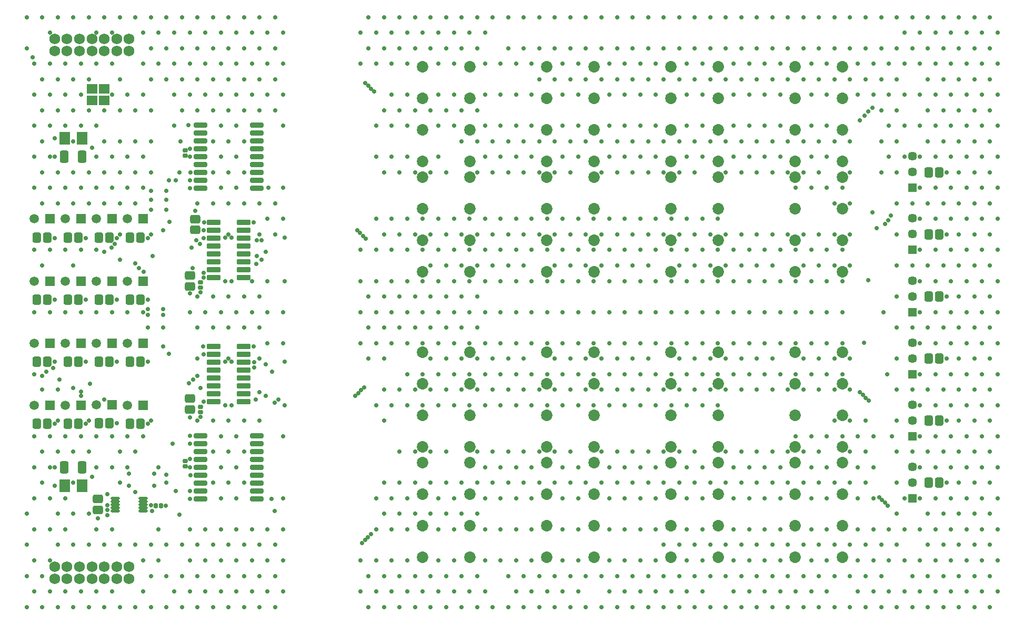
<source format=gts>
G04 Layer_Color=8388736*
%FSAX24Y24*%
%MOIN*%
G70*
G01*
G75*
G04:AMPARAMS|DCode=35|XSize=58mil|YSize=19mil|CornerRadius=6.8mil|HoleSize=0mil|Usage=FLASHONLY|Rotation=0.000|XOffset=0mil|YOffset=0mil|HoleType=Round|Shape=RoundedRectangle|*
%AMROUNDEDRECTD35*
21,1,0.0580,0.0055,0,0,0.0*
21,1,0.0445,0.0190,0,0,0.0*
1,1,0.0135,0.0222,-0.0028*
1,1,0.0135,-0.0222,-0.0028*
1,1,0.0135,-0.0222,0.0028*
1,1,0.0135,0.0222,0.0028*
%
%ADD35ROUNDEDRECTD35*%
G04:AMPARAMS|DCode=36|XSize=29.3mil|YSize=31.6mil|CornerRadius=9.5mil|HoleSize=0mil|Usage=FLASHONLY|Rotation=270.000|XOffset=0mil|YOffset=0mil|HoleType=Round|Shape=RoundedRectangle|*
%AMROUNDEDRECTD36*
21,1,0.0293,0.0126,0,0,270.0*
21,1,0.0102,0.0316,0,0,270.0*
1,1,0.0191,-0.0063,-0.0051*
1,1,0.0191,-0.0063,0.0051*
1,1,0.0191,0.0063,0.0051*
1,1,0.0191,0.0063,-0.0051*
%
%ADD36ROUNDEDRECTD36*%
G04:AMPARAMS|DCode=37|XSize=89.5mil|YSize=34mil|CornerRadius=10.8mil|HoleSize=0mil|Usage=FLASHONLY|Rotation=180.000|XOffset=0mil|YOffset=0mil|HoleType=Round|Shape=RoundedRectangle|*
%AMROUNDEDRECTD37*
21,1,0.0895,0.0125,0,0,180.0*
21,1,0.0680,0.0340,0,0,180.0*
1,1,0.0215,-0.0340,0.0062*
1,1,0.0215,0.0340,0.0062*
1,1,0.0215,0.0340,-0.0062*
1,1,0.0215,-0.0340,-0.0062*
%
%ADD37ROUNDEDRECTD37*%
G04:AMPARAMS|DCode=38|XSize=86.7mil|YSize=34mil|CornerRadius=10.8mil|HoleSize=0mil|Usage=FLASHONLY|Rotation=180.000|XOffset=0mil|YOffset=0mil|HoleType=Round|Shape=RoundedRectangle|*
%AMROUNDEDRECTD38*
21,1,0.0867,0.0125,0,0,180.0*
21,1,0.0652,0.0340,0,0,180.0*
1,1,0.0215,-0.0326,0.0062*
1,1,0.0215,0.0326,0.0062*
1,1,0.0215,0.0326,-0.0062*
1,1,0.0215,-0.0326,-0.0062*
%
%ADD38ROUNDEDRECTD38*%
G04:AMPARAMS|DCode=39|XSize=54.9mil|YSize=65.9mil|CornerRadius=13.8mil|HoleSize=0mil|Usage=FLASHONLY|Rotation=90.000|XOffset=0mil|YOffset=0mil|HoleType=Round|Shape=RoundedRectangle|*
%AMROUNDEDRECTD39*
21,1,0.0549,0.0382,0,0,90.0*
21,1,0.0272,0.0659,0,0,90.0*
1,1,0.0277,0.0191,0.0136*
1,1,0.0277,0.0191,-0.0136*
1,1,0.0277,-0.0191,-0.0136*
1,1,0.0277,-0.0191,0.0136*
%
%ADD39ROUNDEDRECTD39*%
G04:AMPARAMS|DCode=40|XSize=54.9mil|YSize=65.9mil|CornerRadius=13.8mil|HoleSize=0mil|Usage=FLASHONLY|Rotation=0.000|XOffset=0mil|YOffset=0mil|HoleType=Round|Shape=RoundedRectangle|*
%AMROUNDEDRECTD40*
21,1,0.0549,0.0382,0,0,0.0*
21,1,0.0272,0.0659,0,0,0.0*
1,1,0.0277,0.0136,-0.0191*
1,1,0.0277,-0.0136,-0.0191*
1,1,0.0277,-0.0136,0.0191*
1,1,0.0277,0.0136,0.0191*
%
%ADD40ROUNDEDRECTD40*%
%ADD41R,0.0651X0.0592*%
%ADD42R,0.0710X0.0789*%
G04:AMPARAMS|DCode=43|XSize=55.6mil|YSize=79.7mil|CornerRadius=13.8mil|HoleSize=0mil|Usage=FLASHONLY|Rotation=0.000|XOffset=0mil|YOffset=0mil|HoleType=Round|Shape=RoundedRectangle|*
%AMROUNDEDRECTD43*
21,1,0.0556,0.0521,0,0,0.0*
21,1,0.0281,0.0797,0,0,0.0*
1,1,0.0275,0.0141,-0.0261*
1,1,0.0275,-0.0141,-0.0261*
1,1,0.0275,-0.0141,0.0261*
1,1,0.0275,0.0141,0.0261*
%
%ADD43ROUNDEDRECTD43*%
G04:AMPARAMS|DCode=44|XSize=29.3mil|YSize=31.6mil|CornerRadius=9.5mil|HoleSize=0mil|Usage=FLASHONLY|Rotation=0.000|XOffset=0mil|YOffset=0mil|HoleType=Round|Shape=RoundedRectangle|*
%AMROUNDEDRECTD44*
21,1,0.0293,0.0126,0,0,0.0*
21,1,0.0102,0.0316,0,0,0.0*
1,1,0.0191,0.0051,-0.0063*
1,1,0.0191,-0.0051,-0.0063*
1,1,0.0191,-0.0051,0.0063*
1,1,0.0191,0.0051,0.0063*
%
%ADD44ROUNDEDRECTD44*%
%ADD45C,0.0690*%
%ADD46C,0.0730*%
%ADD47C,0.0572*%
%ADD48R,0.0572X0.0572*%
%ADD49R,0.0592X0.0592*%
%ADD50C,0.0592*%
%ADD51C,0.0277*%
D35*
X018209Y017717D02*
D03*
Y016929D02*
D03*
Y017126D02*
D03*
Y017323D02*
D03*
Y017520D02*
D03*
X016437Y017717D02*
D03*
Y017520D02*
D03*
Y017323D02*
D03*
Y017126D02*
D03*
Y016929D02*
D03*
D36*
X021850Y023177D02*
D03*
Y023516D02*
D03*
X020866Y020091D02*
D03*
Y019752D02*
D03*
Y039776D02*
D03*
Y039437D02*
D03*
X021850Y031091D02*
D03*
Y031429D02*
D03*
D37*
X022667Y023841D02*
D03*
Y024341D02*
D03*
Y024841D02*
D03*
Y025341D02*
D03*
Y025841D02*
D03*
Y026341D02*
D03*
Y026841D02*
D03*
Y027341D02*
D03*
X024577D02*
D03*
Y026841D02*
D03*
Y026341D02*
D03*
Y025841D02*
D03*
Y025341D02*
D03*
Y024841D02*
D03*
Y024341D02*
D03*
Y023841D02*
D03*
X022667Y031715D02*
D03*
Y032215D02*
D03*
Y032715D02*
D03*
Y033215D02*
D03*
Y033715D02*
D03*
Y034215D02*
D03*
Y034715D02*
D03*
Y035215D02*
D03*
X024577D02*
D03*
Y034715D02*
D03*
Y034215D02*
D03*
Y033715D02*
D03*
Y033215D02*
D03*
Y032715D02*
D03*
Y032215D02*
D03*
Y031715D02*
D03*
D38*
X021829Y021685D02*
D03*
Y021185D02*
D03*
Y020685D02*
D03*
Y020185D02*
D03*
Y019685D02*
D03*
Y019185D02*
D03*
Y018685D02*
D03*
Y018185D02*
D03*
Y017685D02*
D03*
X025415D02*
D03*
Y018185D02*
D03*
Y018685D02*
D03*
Y019185D02*
D03*
Y019685D02*
D03*
Y020185D02*
D03*
Y020685D02*
D03*
Y021185D02*
D03*
Y021685D02*
D03*
X021829Y041370D02*
D03*
Y040870D02*
D03*
Y040370D02*
D03*
Y039870D02*
D03*
Y039370D02*
D03*
Y038870D02*
D03*
Y038370D02*
D03*
Y037870D02*
D03*
Y037370D02*
D03*
X025415D02*
D03*
Y037870D02*
D03*
Y038370D02*
D03*
Y038870D02*
D03*
Y039370D02*
D03*
Y039870D02*
D03*
Y040370D02*
D03*
Y040870D02*
D03*
Y041370D02*
D03*
D39*
X021181Y031837D02*
D03*
Y031156D02*
D03*
X021496Y034738D02*
D03*
Y035419D02*
D03*
X015354Y017663D02*
D03*
Y016982D02*
D03*
X021181Y024041D02*
D03*
Y023360D02*
D03*
D40*
X014120Y026378D02*
D03*
X013439D02*
D03*
X018057D02*
D03*
X017376D02*
D03*
X014120Y034252D02*
D03*
X013439D02*
D03*
X018057D02*
D03*
X017376D02*
D03*
X012152Y026378D02*
D03*
X011470D02*
D03*
X016089D02*
D03*
X015407D02*
D03*
X012152Y034252D02*
D03*
X011470D02*
D03*
X016089D02*
D03*
X015407D02*
D03*
X014120Y022441D02*
D03*
X013439D02*
D03*
X016089Y022480D02*
D03*
X015407D02*
D03*
X014120Y030315D02*
D03*
X013439D02*
D03*
X018057D02*
D03*
X017376D02*
D03*
X012152Y022441D02*
D03*
X011470D02*
D03*
X018057D02*
D03*
X017376D02*
D03*
X012152Y030315D02*
D03*
X011470D02*
D03*
X016089D02*
D03*
X015407D02*
D03*
X068648Y034449D02*
D03*
X067967D02*
D03*
X068648Y038386D02*
D03*
X067967D02*
D03*
X068648Y030512D02*
D03*
X067967D02*
D03*
X068648Y018701D02*
D03*
X067967D02*
D03*
X068648Y026575D02*
D03*
X067967D02*
D03*
X068648Y022638D02*
D03*
X067967D02*
D03*
D41*
X014961Y043681D02*
D03*
Y042933D02*
D03*
X015748Y043681D02*
D03*
Y042933D02*
D03*
D42*
X013228Y018504D02*
D03*
X014331D02*
D03*
X013228Y040551D02*
D03*
X014331D02*
D03*
D43*
X014350Y019685D02*
D03*
X013209D02*
D03*
X014350Y039370D02*
D03*
X013209D02*
D03*
D44*
X019343Y017244D02*
D03*
X019004D02*
D03*
D45*
X015748Y013386D02*
D03*
X012598Y046063D02*
D03*
Y046850D02*
D03*
X013386Y046063D02*
D03*
Y046850D02*
D03*
X014173Y046063D02*
D03*
Y046850D02*
D03*
X014961Y046063D02*
D03*
Y046850D02*
D03*
X015748Y046063D02*
D03*
Y046850D02*
D03*
X016535Y046063D02*
D03*
Y046850D02*
D03*
X017323Y046063D02*
D03*
Y046850D02*
D03*
X012598Y012598D02*
D03*
Y013386D02*
D03*
X013386Y012598D02*
D03*
Y013386D02*
D03*
X014173Y012598D02*
D03*
Y013386D02*
D03*
X014961Y012598D02*
D03*
Y013386D02*
D03*
X015748Y012598D02*
D03*
X016535D02*
D03*
Y013386D02*
D03*
X017323Y012598D02*
D03*
Y013386D02*
D03*
D46*
X062524Y022972D02*
D03*
X054650D02*
D03*
X038902D02*
D03*
Y024972D02*
D03*
Y026972D02*
D03*
Y013972D02*
D03*
X035902D02*
D03*
Y026972D02*
D03*
Y015972D02*
D03*
Y024972D02*
D03*
Y017972D02*
D03*
Y022972D02*
D03*
Y020972D02*
D03*
Y019972D02*
D03*
X038902Y020972D02*
D03*
Y019972D02*
D03*
Y015972D02*
D03*
Y017972D02*
D03*
X062524Y043083D02*
D03*
Y045083D02*
D03*
Y032083D02*
D03*
X059524D02*
D03*
Y045083D02*
D03*
Y034083D02*
D03*
Y043083D02*
D03*
Y036083D02*
D03*
Y041083D02*
D03*
Y039083D02*
D03*
Y038083D02*
D03*
X062524Y039083D02*
D03*
Y038083D02*
D03*
Y041083D02*
D03*
Y034083D02*
D03*
Y036083D02*
D03*
X046776Y024972D02*
D03*
Y026972D02*
D03*
Y013972D02*
D03*
X043776D02*
D03*
Y026972D02*
D03*
Y015972D02*
D03*
Y024972D02*
D03*
Y017972D02*
D03*
Y022972D02*
D03*
Y020972D02*
D03*
Y019972D02*
D03*
X046776Y020972D02*
D03*
Y019972D02*
D03*
Y022972D02*
D03*
Y015972D02*
D03*
Y017972D02*
D03*
X054650Y043083D02*
D03*
Y045083D02*
D03*
Y032083D02*
D03*
X051650D02*
D03*
Y045083D02*
D03*
Y034083D02*
D03*
Y043083D02*
D03*
Y036083D02*
D03*
Y041083D02*
D03*
Y039083D02*
D03*
Y038083D02*
D03*
X054650Y039083D02*
D03*
Y038083D02*
D03*
Y041083D02*
D03*
Y034083D02*
D03*
Y036083D02*
D03*
Y024972D02*
D03*
Y026972D02*
D03*
Y013972D02*
D03*
X051650D02*
D03*
Y026972D02*
D03*
Y015972D02*
D03*
Y024972D02*
D03*
Y017972D02*
D03*
Y022972D02*
D03*
Y020972D02*
D03*
Y019972D02*
D03*
X054650Y020972D02*
D03*
Y019972D02*
D03*
Y015972D02*
D03*
Y017972D02*
D03*
X046776Y043083D02*
D03*
Y045083D02*
D03*
Y032083D02*
D03*
X043776D02*
D03*
Y045083D02*
D03*
Y034083D02*
D03*
Y043083D02*
D03*
Y036083D02*
D03*
Y041083D02*
D03*
Y039083D02*
D03*
Y038083D02*
D03*
X046776Y039083D02*
D03*
Y038083D02*
D03*
Y041083D02*
D03*
Y034083D02*
D03*
Y036083D02*
D03*
X062524Y024972D02*
D03*
Y026972D02*
D03*
Y013972D02*
D03*
X059524D02*
D03*
Y026972D02*
D03*
Y015972D02*
D03*
Y024972D02*
D03*
Y017972D02*
D03*
Y022972D02*
D03*
Y020972D02*
D03*
Y019972D02*
D03*
X062524Y020972D02*
D03*
Y019972D02*
D03*
Y015972D02*
D03*
Y017972D02*
D03*
X038902Y043083D02*
D03*
Y045083D02*
D03*
Y032083D02*
D03*
X035902D02*
D03*
Y045083D02*
D03*
Y034083D02*
D03*
Y043083D02*
D03*
Y036083D02*
D03*
Y041083D02*
D03*
Y039083D02*
D03*
Y038083D02*
D03*
X038902Y039083D02*
D03*
Y038083D02*
D03*
Y041083D02*
D03*
Y034083D02*
D03*
Y036083D02*
D03*
D47*
X066929Y023654D02*
D03*
Y022654D02*
D03*
Y027591D02*
D03*
Y026591D02*
D03*
Y031528D02*
D03*
Y030528D02*
D03*
Y035465D02*
D03*
Y034465D02*
D03*
Y019717D02*
D03*
Y018717D02*
D03*
Y039402D02*
D03*
Y038402D02*
D03*
D48*
Y021654D02*
D03*
Y025591D02*
D03*
Y029528D02*
D03*
Y033465D02*
D03*
Y017717D02*
D03*
Y037402D02*
D03*
D49*
X014280Y023622D02*
D03*
Y027559D02*
D03*
Y031496D02*
D03*
Y035433D02*
D03*
X016248Y023661D02*
D03*
X018217Y027559D02*
D03*
Y035433D02*
D03*
X012311Y023622D02*
D03*
Y027559D02*
D03*
Y031496D02*
D03*
Y035433D02*
D03*
X018217Y023622D02*
D03*
X016248Y027559D02*
D03*
Y035433D02*
D03*
Y031496D02*
D03*
X018217D02*
D03*
D50*
X013280Y023622D02*
D03*
Y027559D02*
D03*
Y031496D02*
D03*
Y035433D02*
D03*
X015248Y023661D02*
D03*
X017217Y027559D02*
D03*
Y035433D02*
D03*
X011311Y023622D02*
D03*
Y027559D02*
D03*
Y031496D02*
D03*
Y035433D02*
D03*
X017217Y023622D02*
D03*
X015248Y027559D02*
D03*
Y035433D02*
D03*
Y031496D02*
D03*
X017217D02*
D03*
D51*
X071850Y048228D02*
D03*
X072343Y047244D02*
D03*
X071850Y046260D02*
D03*
X072343Y045276D02*
D03*
X071850Y044291D02*
D03*
X072343Y043307D02*
D03*
X071850Y042323D02*
D03*
X072343Y041339D02*
D03*
X071850Y040354D02*
D03*
X072343Y039370D02*
D03*
X071850Y038386D02*
D03*
X072343Y037402D02*
D03*
X071850Y036417D02*
D03*
X072343Y035433D02*
D03*
X071850Y034449D02*
D03*
X072343Y033465D02*
D03*
X071850Y032480D02*
D03*
X072343Y031496D02*
D03*
X071850Y030512D02*
D03*
X072343Y029528D02*
D03*
X071850Y028543D02*
D03*
X072343Y027559D02*
D03*
X071850Y026575D02*
D03*
X072343Y025591D02*
D03*
X071850Y024606D02*
D03*
X072343Y023622D02*
D03*
X071850Y022638D02*
D03*
X072343Y021654D02*
D03*
X071850Y020669D02*
D03*
X072343Y019685D02*
D03*
X071850Y018701D02*
D03*
X072343Y017717D02*
D03*
X071850Y016732D02*
D03*
X072343Y015748D02*
D03*
X071850Y014764D02*
D03*
X072343Y013780D02*
D03*
X071850Y012795D02*
D03*
X072343Y011811D02*
D03*
X071850Y010827D02*
D03*
X070866Y048228D02*
D03*
X071358Y047244D02*
D03*
X070866Y046260D02*
D03*
X071358Y045276D02*
D03*
X070866Y044291D02*
D03*
X071358Y043307D02*
D03*
X070866Y042323D02*
D03*
X071358Y041339D02*
D03*
X070866Y040354D02*
D03*
X071358Y039370D02*
D03*
X070866Y038386D02*
D03*
X071358Y037402D02*
D03*
X070866Y036417D02*
D03*
X071358Y035433D02*
D03*
X070866Y034449D02*
D03*
X071358Y033465D02*
D03*
X070866Y032480D02*
D03*
X071358Y031496D02*
D03*
X070866Y030512D02*
D03*
X071358Y029528D02*
D03*
X070866Y028543D02*
D03*
X071358Y027559D02*
D03*
X070866Y026575D02*
D03*
X071358Y025591D02*
D03*
X070866Y024606D02*
D03*
X071358Y023622D02*
D03*
X070866Y022638D02*
D03*
X071358Y021654D02*
D03*
X070866Y020669D02*
D03*
X071358Y019685D02*
D03*
X070866Y018701D02*
D03*
X071358Y017717D02*
D03*
X070866Y016732D02*
D03*
X071358Y015748D02*
D03*
X070866Y014764D02*
D03*
X071358Y013780D02*
D03*
X070866Y012795D02*
D03*
X071358Y011811D02*
D03*
X070866Y010827D02*
D03*
X069882Y048228D02*
D03*
X070374Y047244D02*
D03*
X069882Y046260D02*
D03*
X070374Y045276D02*
D03*
X069882Y044291D02*
D03*
X070374Y043307D02*
D03*
X069882Y042323D02*
D03*
X070374Y041339D02*
D03*
X069882Y040354D02*
D03*
X070374Y039370D02*
D03*
X069882Y038386D02*
D03*
X070374Y037402D02*
D03*
X069882Y036417D02*
D03*
X070374Y035433D02*
D03*
X069882Y034449D02*
D03*
X070374Y033465D02*
D03*
X069882Y032480D02*
D03*
X070374Y031496D02*
D03*
X069882Y030512D02*
D03*
X070374Y029528D02*
D03*
X069882Y028543D02*
D03*
X070374Y027559D02*
D03*
X069882Y026575D02*
D03*
X070374Y025591D02*
D03*
X069882Y024606D02*
D03*
X070374Y023622D02*
D03*
X069882Y022638D02*
D03*
X070374Y021654D02*
D03*
X069882Y020669D02*
D03*
X070374Y019685D02*
D03*
X069882Y018701D02*
D03*
X070374Y017717D02*
D03*
X069882Y016732D02*
D03*
X070374Y015748D02*
D03*
X069882Y014764D02*
D03*
X070374Y013780D02*
D03*
X069882Y012795D02*
D03*
X070374Y011811D02*
D03*
X069882Y010827D02*
D03*
X068898Y048228D02*
D03*
X069390Y047244D02*
D03*
X068898Y046260D02*
D03*
X069390Y045276D02*
D03*
X068898Y044291D02*
D03*
X069390Y043307D02*
D03*
X068898Y042323D02*
D03*
X069390Y041339D02*
D03*
X068898Y040354D02*
D03*
X069390Y039370D02*
D03*
Y037402D02*
D03*
X068898Y036417D02*
D03*
X069390Y035433D02*
D03*
Y033465D02*
D03*
X068898Y032480D02*
D03*
X069390Y031496D02*
D03*
Y029528D02*
D03*
X068898Y028543D02*
D03*
X069390Y027559D02*
D03*
Y025591D02*
D03*
X068898Y024606D02*
D03*
X069390Y023622D02*
D03*
Y021654D02*
D03*
X068898Y020669D02*
D03*
X069390Y019685D02*
D03*
Y017717D02*
D03*
X068898Y016732D02*
D03*
X069390Y015748D02*
D03*
X068898Y014764D02*
D03*
X069390Y013780D02*
D03*
X068898Y012795D02*
D03*
X069390Y011811D02*
D03*
X068898Y010827D02*
D03*
X067913Y048228D02*
D03*
X068406Y047244D02*
D03*
X067913Y046260D02*
D03*
X068406Y045276D02*
D03*
X067913Y044291D02*
D03*
X068406Y043307D02*
D03*
X067913Y042323D02*
D03*
X068406Y041339D02*
D03*
X067913Y040354D02*
D03*
X068406Y039370D02*
D03*
Y037402D02*
D03*
X067913Y036417D02*
D03*
X068406Y035433D02*
D03*
Y033465D02*
D03*
X067913Y032480D02*
D03*
X068406Y031496D02*
D03*
Y029528D02*
D03*
X067913Y028543D02*
D03*
X068406Y027559D02*
D03*
Y025591D02*
D03*
X067913Y024606D02*
D03*
X068406Y023622D02*
D03*
Y021654D02*
D03*
X067913Y020669D02*
D03*
X068406Y019685D02*
D03*
Y017717D02*
D03*
X067913Y016732D02*
D03*
X068406Y015748D02*
D03*
X067913Y014764D02*
D03*
X068406Y013780D02*
D03*
X067913Y012795D02*
D03*
X068406Y011811D02*
D03*
X067913Y010827D02*
D03*
X066929Y048228D02*
D03*
X067421Y047244D02*
D03*
X066929Y046260D02*
D03*
X067421Y045276D02*
D03*
Y043307D02*
D03*
Y041339D02*
D03*
Y039370D02*
D03*
Y037402D02*
D03*
X066929Y036417D02*
D03*
X067421Y035433D02*
D03*
Y033465D02*
D03*
X066929Y032480D02*
D03*
X067421Y031496D02*
D03*
Y029528D02*
D03*
X066929Y028543D02*
D03*
X067421Y027559D02*
D03*
Y025591D02*
D03*
X066929Y024606D02*
D03*
X067421Y023622D02*
D03*
Y021654D02*
D03*
X066929Y020669D02*
D03*
X067421Y019685D02*
D03*
Y017717D02*
D03*
Y015748D02*
D03*
Y013780D02*
D03*
X066929Y012795D02*
D03*
X067421Y011811D02*
D03*
X066929Y010827D02*
D03*
X065945Y048228D02*
D03*
X066437Y047244D02*
D03*
X065945Y046260D02*
D03*
X066437Y045276D02*
D03*
X065945Y044291D02*
D03*
X066437Y043307D02*
D03*
X065945Y042323D02*
D03*
X066437Y041339D02*
D03*
X065945Y040354D02*
D03*
X066437Y039370D02*
D03*
X065945Y038386D02*
D03*
Y036417D02*
D03*
Y034449D02*
D03*
Y032480D02*
D03*
Y030512D02*
D03*
Y028543D02*
D03*
Y026575D02*
D03*
Y024606D02*
D03*
Y022638D02*
D03*
Y020669D02*
D03*
Y018701D02*
D03*
X066437Y017717D02*
D03*
X065945Y016732D02*
D03*
X066437Y015748D02*
D03*
X065945Y014764D02*
D03*
X066437Y013780D02*
D03*
Y011811D02*
D03*
X065945Y010827D02*
D03*
X064961Y048228D02*
D03*
Y046260D02*
D03*
X065453Y045276D02*
D03*
X064961Y044291D02*
D03*
X065453Y043307D02*
D03*
X064961Y042323D02*
D03*
X065453Y041339D02*
D03*
X064961Y040354D02*
D03*
X065453Y039370D02*
D03*
X064961Y038386D02*
D03*
X065453Y015748D02*
D03*
X064961Y014764D02*
D03*
X065453Y013780D02*
D03*
X064961Y012795D02*
D03*
X065453Y011811D02*
D03*
X064961Y010827D02*
D03*
X063976Y048228D02*
D03*
Y046260D02*
D03*
X064469Y045276D02*
D03*
X063976Y044291D02*
D03*
X064469Y043307D02*
D03*
X063976Y022638D02*
D03*
X064469Y021654D02*
D03*
X063976Y020669D02*
D03*
X064469Y019685D02*
D03*
X063976Y018701D02*
D03*
X064469Y017717D02*
D03*
Y015748D02*
D03*
X063976Y014764D02*
D03*
X064469Y013780D02*
D03*
X063976Y012795D02*
D03*
X064469Y011811D02*
D03*
X063976Y010827D02*
D03*
X062992Y048228D02*
D03*
Y046260D02*
D03*
X063484Y045276D02*
D03*
X062992Y044291D02*
D03*
X063484Y043307D02*
D03*
X062992Y040354D02*
D03*
Y038386D02*
D03*
Y036417D02*
D03*
Y034449D02*
D03*
Y032480D02*
D03*
Y026575D02*
D03*
Y024606D02*
D03*
Y022638D02*
D03*
X063484Y021654D02*
D03*
X062992Y020669D02*
D03*
X063484Y019685D02*
D03*
X062992Y018701D02*
D03*
X063484Y017717D02*
D03*
Y015748D02*
D03*
X062992Y014764D02*
D03*
X063484Y013780D02*
D03*
X062992Y012795D02*
D03*
X063484Y011811D02*
D03*
X062992Y010827D02*
D03*
X062008Y048228D02*
D03*
Y046260D02*
D03*
Y044291D02*
D03*
Y040354D02*
D03*
X062500Y037402D02*
D03*
X062008Y036417D02*
D03*
Y034449D02*
D03*
X062500Y033465D02*
D03*
X062008Y032480D02*
D03*
X062500Y031496D02*
D03*
Y029528D02*
D03*
Y027559D02*
D03*
X062008Y026575D02*
D03*
X062500Y025591D02*
D03*
X062008Y024606D02*
D03*
Y022638D02*
D03*
X062500Y021654D02*
D03*
X062008Y018701D02*
D03*
Y014764D02*
D03*
Y012795D02*
D03*
Y010827D02*
D03*
X061024Y048228D02*
D03*
Y046260D02*
D03*
X061516Y045276D02*
D03*
X061024Y044291D02*
D03*
X061516Y043307D02*
D03*
Y041339D02*
D03*
X061024Y040354D02*
D03*
X061516Y039370D02*
D03*
X061024Y038386D02*
D03*
X061516Y037402D02*
D03*
X061024Y034449D02*
D03*
X061516Y033465D02*
D03*
X061024Y032480D02*
D03*
X061516Y031496D02*
D03*
Y029528D02*
D03*
Y027559D02*
D03*
X061024Y026575D02*
D03*
X061516Y025591D02*
D03*
X061024Y024606D02*
D03*
X061516Y021654D02*
D03*
X061024Y020669D02*
D03*
X061516Y019685D02*
D03*
X061024Y018701D02*
D03*
X061516Y017717D02*
D03*
Y015748D02*
D03*
X061024Y014764D02*
D03*
X061516Y013780D02*
D03*
X061024Y012795D02*
D03*
X061516Y011811D02*
D03*
X061024Y010827D02*
D03*
X060039Y048228D02*
D03*
Y046260D02*
D03*
X060532Y045276D02*
D03*
X060039Y044291D02*
D03*
X060532Y043307D02*
D03*
Y041339D02*
D03*
X060039Y040354D02*
D03*
X060532Y039370D02*
D03*
X060039Y038386D02*
D03*
X060532Y037402D02*
D03*
X060039Y034449D02*
D03*
X060532Y033465D02*
D03*
X060039Y032480D02*
D03*
X060532Y031496D02*
D03*
Y029528D02*
D03*
Y027559D02*
D03*
X060039Y026575D02*
D03*
X060532Y025591D02*
D03*
X060039Y024606D02*
D03*
X060532Y021654D02*
D03*
X060039Y020669D02*
D03*
X060532Y019685D02*
D03*
X060039Y018701D02*
D03*
X060532Y017717D02*
D03*
Y015748D02*
D03*
X060039Y014764D02*
D03*
X060532Y013780D02*
D03*
X060039Y012795D02*
D03*
X060532Y011811D02*
D03*
X060039Y010827D02*
D03*
X059055Y048228D02*
D03*
Y046260D02*
D03*
Y044291D02*
D03*
Y040354D02*
D03*
Y038386D02*
D03*
X059547Y037402D02*
D03*
X059055Y034449D02*
D03*
X059547Y033465D02*
D03*
Y031496D02*
D03*
Y029528D02*
D03*
Y027559D02*
D03*
Y025591D02*
D03*
X059055Y024606D02*
D03*
X059547Y021654D02*
D03*
X059055Y020669D02*
D03*
Y018701D02*
D03*
Y014764D02*
D03*
Y012795D02*
D03*
X059547Y011811D02*
D03*
X059055Y010827D02*
D03*
X058071Y048228D02*
D03*
Y046260D02*
D03*
X058563Y045276D02*
D03*
X058071Y044291D02*
D03*
X058563Y043307D02*
D03*
Y041339D02*
D03*
X058071Y040354D02*
D03*
X058563Y039370D02*
D03*
X058071Y038386D02*
D03*
Y034449D02*
D03*
X058563Y033465D02*
D03*
X058071Y032480D02*
D03*
X058563Y031496D02*
D03*
Y029528D02*
D03*
Y027559D02*
D03*
X058071Y026575D02*
D03*
X058563Y025591D02*
D03*
X058071Y024606D02*
D03*
Y020669D02*
D03*
X058563Y019685D02*
D03*
X058071Y018701D02*
D03*
X058563Y017717D02*
D03*
Y015748D02*
D03*
X058071Y014764D02*
D03*
X058563Y013780D02*
D03*
X058071Y012795D02*
D03*
X058563Y011811D02*
D03*
X058071Y010827D02*
D03*
X057087Y048228D02*
D03*
Y046260D02*
D03*
X057579Y045276D02*
D03*
X057087Y044291D02*
D03*
X057579Y043307D02*
D03*
Y041339D02*
D03*
X057087Y040354D02*
D03*
X057579Y039370D02*
D03*
X057087Y038386D02*
D03*
Y034449D02*
D03*
X057579Y033465D02*
D03*
X057087Y032480D02*
D03*
X057579Y031496D02*
D03*
Y029528D02*
D03*
Y027559D02*
D03*
X057087Y026575D02*
D03*
X057579Y025591D02*
D03*
X057087Y024606D02*
D03*
Y020669D02*
D03*
X057579Y019685D02*
D03*
X057087Y018701D02*
D03*
X057579Y017717D02*
D03*
Y015748D02*
D03*
X057087Y014764D02*
D03*
X057579Y013780D02*
D03*
X057087Y012795D02*
D03*
X057579Y011811D02*
D03*
X057087Y010827D02*
D03*
X056102Y048228D02*
D03*
Y046260D02*
D03*
X056594Y045276D02*
D03*
X056102Y044291D02*
D03*
X056594Y043307D02*
D03*
Y041339D02*
D03*
X056102Y040354D02*
D03*
X056594Y039370D02*
D03*
X056102Y038386D02*
D03*
Y034449D02*
D03*
X056594Y033465D02*
D03*
X056102Y032480D02*
D03*
X056594Y031496D02*
D03*
Y029528D02*
D03*
Y027559D02*
D03*
X056102Y026575D02*
D03*
X056594Y025591D02*
D03*
X056102Y024606D02*
D03*
Y020669D02*
D03*
X056594Y019685D02*
D03*
X056102Y018701D02*
D03*
X056594Y017717D02*
D03*
Y015748D02*
D03*
X056102Y014764D02*
D03*
X056594Y013780D02*
D03*
X056102Y012795D02*
D03*
X056594Y011811D02*
D03*
X056102Y010827D02*
D03*
X055118Y048228D02*
D03*
Y046260D02*
D03*
X055610Y045276D02*
D03*
X055118Y044291D02*
D03*
X055610Y043307D02*
D03*
Y041339D02*
D03*
X055118Y040354D02*
D03*
X055610Y039370D02*
D03*
X055118Y038386D02*
D03*
Y034449D02*
D03*
X055610Y033465D02*
D03*
X055118Y032480D02*
D03*
X055610Y031496D02*
D03*
Y029528D02*
D03*
Y027559D02*
D03*
X055118Y026575D02*
D03*
X055610Y025591D02*
D03*
X055118Y024606D02*
D03*
Y020669D02*
D03*
X055610Y019685D02*
D03*
X055118Y018701D02*
D03*
X055610Y017717D02*
D03*
Y015748D02*
D03*
X055118Y014764D02*
D03*
X055610Y013780D02*
D03*
X055118Y012795D02*
D03*
X055610Y011811D02*
D03*
X055118Y010827D02*
D03*
X054134Y048228D02*
D03*
Y046260D02*
D03*
Y044291D02*
D03*
Y040354D02*
D03*
X054626Y035433D02*
D03*
X054134Y034449D02*
D03*
X054626Y033465D02*
D03*
X054134Y032480D02*
D03*
X054626Y031496D02*
D03*
Y029528D02*
D03*
Y027559D02*
D03*
X054134Y026575D02*
D03*
X054626Y025591D02*
D03*
X054134Y024606D02*
D03*
X054626Y023622D02*
D03*
X054134Y018701D02*
D03*
Y014764D02*
D03*
Y012795D02*
D03*
Y010827D02*
D03*
X053150Y048228D02*
D03*
Y046260D02*
D03*
X053642Y045276D02*
D03*
X053150Y044291D02*
D03*
X053642Y043307D02*
D03*
Y041339D02*
D03*
X053150Y040354D02*
D03*
X053642Y039370D02*
D03*
X053150Y038386D02*
D03*
X053642Y035433D02*
D03*
X053150Y034449D02*
D03*
X053642Y033465D02*
D03*
X053150Y032480D02*
D03*
X053642Y031496D02*
D03*
Y029528D02*
D03*
Y027559D02*
D03*
X053150Y026575D02*
D03*
X053642Y025591D02*
D03*
X053150Y024606D02*
D03*
X053642Y023622D02*
D03*
X053150Y020669D02*
D03*
X053642Y019685D02*
D03*
X053150Y018701D02*
D03*
X053642Y017717D02*
D03*
Y015748D02*
D03*
X053150Y014764D02*
D03*
X053642Y013780D02*
D03*
X053150Y012795D02*
D03*
X053642Y011811D02*
D03*
X053150Y010827D02*
D03*
X052165Y048228D02*
D03*
Y046260D02*
D03*
X052657Y045276D02*
D03*
X052165Y044291D02*
D03*
X052657Y043307D02*
D03*
Y041339D02*
D03*
X052165Y040354D02*
D03*
X052657Y039370D02*
D03*
X052165Y038386D02*
D03*
X052657Y035433D02*
D03*
X052165Y034449D02*
D03*
X052657Y033465D02*
D03*
X052165Y032480D02*
D03*
X052657Y031496D02*
D03*
Y029528D02*
D03*
Y027559D02*
D03*
X052165Y026575D02*
D03*
X052657Y025591D02*
D03*
X052165Y024606D02*
D03*
X052657Y023622D02*
D03*
X052165Y020669D02*
D03*
X052657Y019685D02*
D03*
X052165Y018701D02*
D03*
X052657Y017717D02*
D03*
Y015748D02*
D03*
X052165Y014764D02*
D03*
X052657Y013780D02*
D03*
X052165Y012795D02*
D03*
X052657Y011811D02*
D03*
X052165Y010827D02*
D03*
X051181Y048228D02*
D03*
Y046260D02*
D03*
Y044291D02*
D03*
Y040354D02*
D03*
Y038386D02*
D03*
X051673Y035433D02*
D03*
X051181Y034449D02*
D03*
X051673Y033465D02*
D03*
Y031496D02*
D03*
Y029528D02*
D03*
Y027559D02*
D03*
Y025591D02*
D03*
X051181Y024606D02*
D03*
X051673Y023622D02*
D03*
X051181Y020669D02*
D03*
Y018701D02*
D03*
Y014764D02*
D03*
Y012795D02*
D03*
X051673Y011811D02*
D03*
X051181Y010827D02*
D03*
X050197Y048228D02*
D03*
Y046260D02*
D03*
X050689Y045276D02*
D03*
X050197Y044291D02*
D03*
X050689Y043307D02*
D03*
Y041339D02*
D03*
X050197Y040354D02*
D03*
X050689Y039370D02*
D03*
X050197Y038386D02*
D03*
X050689Y035433D02*
D03*
X050197Y034449D02*
D03*
X050689Y033465D02*
D03*
X050197Y032480D02*
D03*
X050689Y031496D02*
D03*
Y029528D02*
D03*
Y027559D02*
D03*
X050197Y026575D02*
D03*
X050689Y025591D02*
D03*
X050197Y024606D02*
D03*
X050689Y023622D02*
D03*
X050197Y020669D02*
D03*
X050689Y019685D02*
D03*
X050197Y018701D02*
D03*
X050689Y017717D02*
D03*
Y015748D02*
D03*
Y013780D02*
D03*
X050197Y012795D02*
D03*
X050689Y011811D02*
D03*
X050197Y010827D02*
D03*
X049213Y048228D02*
D03*
Y046260D02*
D03*
X049705Y045276D02*
D03*
X049213Y044291D02*
D03*
X049705Y043307D02*
D03*
Y041339D02*
D03*
X049213Y040354D02*
D03*
X049705Y039370D02*
D03*
X049213Y038386D02*
D03*
X049705Y035433D02*
D03*
X049213Y034449D02*
D03*
X049705Y033465D02*
D03*
X049213Y032480D02*
D03*
X049705Y031496D02*
D03*
Y029528D02*
D03*
Y027559D02*
D03*
X049213Y026575D02*
D03*
X049705Y025591D02*
D03*
X049213Y024606D02*
D03*
X049705Y023622D02*
D03*
X049213Y020669D02*
D03*
X049705Y019685D02*
D03*
X049213Y018701D02*
D03*
X049705Y017717D02*
D03*
Y015748D02*
D03*
Y013780D02*
D03*
X049213Y012795D02*
D03*
X049705Y011811D02*
D03*
X049213Y010827D02*
D03*
X048228Y048228D02*
D03*
Y046260D02*
D03*
X048720Y045276D02*
D03*
X048228Y044291D02*
D03*
X048720Y043307D02*
D03*
Y041339D02*
D03*
X048228Y040354D02*
D03*
X048720Y039370D02*
D03*
X048228Y038386D02*
D03*
X048720Y035433D02*
D03*
X048228Y034449D02*
D03*
X048720Y033465D02*
D03*
X048228Y032480D02*
D03*
X048720Y031496D02*
D03*
Y029528D02*
D03*
Y027559D02*
D03*
X048228Y026575D02*
D03*
X048720Y025591D02*
D03*
X048228Y024606D02*
D03*
X048720Y023622D02*
D03*
X048228Y020669D02*
D03*
X048720Y019685D02*
D03*
X048228Y018701D02*
D03*
X048720Y017717D02*
D03*
Y015748D02*
D03*
Y013780D02*
D03*
X048228Y012795D02*
D03*
X048720Y011811D02*
D03*
X048228Y010827D02*
D03*
X047244Y048228D02*
D03*
Y046260D02*
D03*
X047736Y045276D02*
D03*
X047244Y044291D02*
D03*
X047736Y043307D02*
D03*
Y041339D02*
D03*
X047244Y040354D02*
D03*
X047736Y039370D02*
D03*
X047244Y038386D02*
D03*
X047736Y035433D02*
D03*
X047244Y034449D02*
D03*
X047736Y033465D02*
D03*
X047244Y032480D02*
D03*
X047736Y031496D02*
D03*
Y029528D02*
D03*
Y027559D02*
D03*
X047244Y026575D02*
D03*
X047736Y025591D02*
D03*
X047244Y024606D02*
D03*
X047736Y023622D02*
D03*
X047244Y020669D02*
D03*
X047736Y019685D02*
D03*
X047244Y018701D02*
D03*
X047736Y017717D02*
D03*
Y015748D02*
D03*
Y013780D02*
D03*
X047244Y012795D02*
D03*
X047736Y011811D02*
D03*
X047244Y010827D02*
D03*
X046260Y048228D02*
D03*
Y046260D02*
D03*
Y044291D02*
D03*
Y040354D02*
D03*
X046752Y035433D02*
D03*
X046260Y034449D02*
D03*
X046752Y033465D02*
D03*
X046260Y032480D02*
D03*
X046752Y031496D02*
D03*
Y029528D02*
D03*
Y027559D02*
D03*
X046260Y026575D02*
D03*
X046752Y025591D02*
D03*
X046260Y024606D02*
D03*
X046752Y023622D02*
D03*
X046260Y018701D02*
D03*
Y012795D02*
D03*
Y010827D02*
D03*
X045276Y048228D02*
D03*
Y046260D02*
D03*
X045768Y045276D02*
D03*
X045276Y044291D02*
D03*
X045768Y043307D02*
D03*
Y041339D02*
D03*
X045276Y040354D02*
D03*
X045768Y039370D02*
D03*
X045276Y038386D02*
D03*
X045768Y035433D02*
D03*
X045276Y034449D02*
D03*
X045768Y033465D02*
D03*
X045276Y032480D02*
D03*
X045768Y031496D02*
D03*
Y029528D02*
D03*
Y027559D02*
D03*
X045276Y026575D02*
D03*
X045768Y025591D02*
D03*
X045276Y024606D02*
D03*
X045768Y023622D02*
D03*
X045276Y020669D02*
D03*
X045768Y019685D02*
D03*
X045276Y018701D02*
D03*
X045768Y017717D02*
D03*
Y015748D02*
D03*
Y013780D02*
D03*
X045276Y012795D02*
D03*
X045768Y011811D02*
D03*
X045276Y010827D02*
D03*
X044291Y048228D02*
D03*
Y046260D02*
D03*
X044783Y045276D02*
D03*
X044291Y044291D02*
D03*
X044783Y043307D02*
D03*
Y041339D02*
D03*
X044291Y040354D02*
D03*
X044783Y039370D02*
D03*
X044291Y038386D02*
D03*
X044783Y035433D02*
D03*
X044291Y034449D02*
D03*
X044783Y033465D02*
D03*
X044291Y032480D02*
D03*
X044783Y031496D02*
D03*
Y029528D02*
D03*
Y027559D02*
D03*
X044291Y026575D02*
D03*
X044783Y025591D02*
D03*
X044291Y024606D02*
D03*
X044783Y023622D02*
D03*
X044291Y020669D02*
D03*
X044783Y019685D02*
D03*
X044291Y018701D02*
D03*
X044783Y017717D02*
D03*
Y015748D02*
D03*
Y013780D02*
D03*
X044291Y012795D02*
D03*
X044783Y011811D02*
D03*
X044291Y010827D02*
D03*
X043307Y048228D02*
D03*
Y046260D02*
D03*
Y044291D02*
D03*
Y040354D02*
D03*
Y038386D02*
D03*
X043799Y035433D02*
D03*
X043307Y034449D02*
D03*
X043799Y033465D02*
D03*
Y031496D02*
D03*
Y029528D02*
D03*
Y027559D02*
D03*
Y025591D02*
D03*
X043307Y024606D02*
D03*
X043799Y023622D02*
D03*
X043307Y020669D02*
D03*
Y018701D02*
D03*
Y012795D02*
D03*
X043799Y011811D02*
D03*
X043307Y010827D02*
D03*
X042323Y048228D02*
D03*
Y046260D02*
D03*
X042815Y045276D02*
D03*
Y043307D02*
D03*
Y041339D02*
D03*
X042323Y040354D02*
D03*
X042815Y039370D02*
D03*
X042323Y038386D02*
D03*
X042815Y035433D02*
D03*
X042323Y034449D02*
D03*
X042815Y033465D02*
D03*
X042323Y032480D02*
D03*
X042815Y031496D02*
D03*
Y029528D02*
D03*
Y027559D02*
D03*
X042323Y026575D02*
D03*
X042815Y025591D02*
D03*
X042323Y024606D02*
D03*
X042815Y023622D02*
D03*
X042323Y020669D02*
D03*
X042815Y019685D02*
D03*
X042323Y018701D02*
D03*
X042815Y017717D02*
D03*
Y015748D02*
D03*
Y013780D02*
D03*
X042323Y012795D02*
D03*
X042815Y011811D02*
D03*
X042323Y010827D02*
D03*
X041339Y048228D02*
D03*
Y046260D02*
D03*
X041831Y045276D02*
D03*
Y043307D02*
D03*
Y041339D02*
D03*
X041339Y040354D02*
D03*
X041831Y039370D02*
D03*
X041339Y038386D02*
D03*
X041831Y035433D02*
D03*
X041339Y034449D02*
D03*
X041831Y033465D02*
D03*
X041339Y032480D02*
D03*
X041831Y031496D02*
D03*
Y029528D02*
D03*
Y027559D02*
D03*
X041339Y026575D02*
D03*
X041831Y025591D02*
D03*
X041339Y024606D02*
D03*
X041831Y023622D02*
D03*
X041339Y020669D02*
D03*
X041831Y019685D02*
D03*
X041339Y018701D02*
D03*
X041831Y017717D02*
D03*
Y015748D02*
D03*
Y013780D02*
D03*
X041339Y012795D02*
D03*
X041831Y011811D02*
D03*
X041339Y010827D02*
D03*
X040354Y048228D02*
D03*
X040846Y045276D02*
D03*
Y043307D02*
D03*
Y041339D02*
D03*
X040354Y040354D02*
D03*
X040846Y039370D02*
D03*
X040354Y038386D02*
D03*
X040846Y035433D02*
D03*
X040354Y034449D02*
D03*
X040846Y033465D02*
D03*
X040354Y032480D02*
D03*
X040846Y031496D02*
D03*
Y029528D02*
D03*
Y027559D02*
D03*
X040354Y026575D02*
D03*
X040846Y025591D02*
D03*
X040354Y024606D02*
D03*
X040846Y023622D02*
D03*
X040354Y020669D02*
D03*
X040846Y019685D02*
D03*
X040354Y018701D02*
D03*
X040846Y017717D02*
D03*
Y015748D02*
D03*
Y013780D02*
D03*
X040354Y010827D02*
D03*
X039370Y048228D02*
D03*
X039862Y047244D02*
D03*
X039370Y046260D02*
D03*
X039862Y045276D02*
D03*
Y043307D02*
D03*
X039370Y042323D02*
D03*
X039862Y041339D02*
D03*
X039370Y040354D02*
D03*
X039862Y039370D02*
D03*
X039370Y038386D02*
D03*
X039862Y035433D02*
D03*
X039370Y034449D02*
D03*
X039862Y033465D02*
D03*
X039370Y032480D02*
D03*
X039862Y031496D02*
D03*
X039370Y030512D02*
D03*
X039862Y029528D02*
D03*
X039370Y028543D02*
D03*
X039862Y027559D02*
D03*
X039370Y026575D02*
D03*
X039862Y025591D02*
D03*
X039370Y024606D02*
D03*
X039862Y023622D02*
D03*
X039370Y020669D02*
D03*
X039862Y019685D02*
D03*
X039370Y018701D02*
D03*
X039862Y017717D02*
D03*
X039370Y016732D02*
D03*
X039862Y015748D02*
D03*
Y013780D02*
D03*
X039370Y012795D02*
D03*
X039862Y011811D02*
D03*
X039370Y010827D02*
D03*
X038386Y048228D02*
D03*
X038878Y047244D02*
D03*
X038386Y046260D02*
D03*
Y042323D02*
D03*
Y040354D02*
D03*
X038878Y035433D02*
D03*
X038386Y034449D02*
D03*
X038878Y033465D02*
D03*
X038386Y032480D02*
D03*
X038878Y031496D02*
D03*
X038386Y030512D02*
D03*
X038878Y029528D02*
D03*
X038386Y028543D02*
D03*
X038878Y027559D02*
D03*
X038386Y026575D02*
D03*
X038878Y025591D02*
D03*
X038386Y024606D02*
D03*
X038878Y023622D02*
D03*
X038386Y018701D02*
D03*
Y016732D02*
D03*
Y012795D02*
D03*
X038878Y011811D02*
D03*
X038386Y010827D02*
D03*
X037402Y048228D02*
D03*
X037894Y047244D02*
D03*
X037402Y046260D02*
D03*
X037894Y045276D02*
D03*
Y043307D02*
D03*
X037402Y042323D02*
D03*
X037894Y041339D02*
D03*
X037402Y038386D02*
D03*
X037894Y035433D02*
D03*
X037402Y034449D02*
D03*
X037894Y033465D02*
D03*
X037402Y032480D02*
D03*
X037894Y031496D02*
D03*
X037402Y030512D02*
D03*
X037894Y029528D02*
D03*
X037402Y028543D02*
D03*
X037894Y027559D02*
D03*
X037402Y026575D02*
D03*
X037894Y025591D02*
D03*
X037402Y024606D02*
D03*
X037894Y023622D02*
D03*
X037402Y020669D02*
D03*
Y018701D02*
D03*
X037894Y017717D02*
D03*
X037402Y016732D02*
D03*
X037894Y015748D02*
D03*
Y013780D02*
D03*
X037402Y012795D02*
D03*
X037894Y011811D02*
D03*
X037402Y010827D02*
D03*
X036417Y048228D02*
D03*
X036909Y047244D02*
D03*
X036417Y046260D02*
D03*
X036909Y045276D02*
D03*
Y043307D02*
D03*
X036417Y042323D02*
D03*
X036909Y041339D02*
D03*
Y039370D02*
D03*
X036417Y038386D02*
D03*
X036909Y035433D02*
D03*
X036417Y034449D02*
D03*
X036909Y033465D02*
D03*
X036417Y032480D02*
D03*
X036909Y031496D02*
D03*
X036417Y030512D02*
D03*
X036909Y029528D02*
D03*
X036417Y028543D02*
D03*
X036909Y027559D02*
D03*
X036417Y026575D02*
D03*
X036909Y025591D02*
D03*
X036417Y024606D02*
D03*
X036909Y023622D02*
D03*
X036417Y020669D02*
D03*
Y018701D02*
D03*
X036909Y017717D02*
D03*
X036417Y016732D02*
D03*
X036909Y015748D02*
D03*
Y013780D02*
D03*
X036417Y012795D02*
D03*
X036909Y011811D02*
D03*
X036417Y010827D02*
D03*
X035433Y048228D02*
D03*
X035925Y047244D02*
D03*
X035433Y046260D02*
D03*
Y042323D02*
D03*
Y038386D02*
D03*
X035925Y035433D02*
D03*
X035433Y034449D02*
D03*
X035925Y033465D02*
D03*
Y031496D02*
D03*
X035433Y030512D02*
D03*
X035925Y029528D02*
D03*
X035433Y028543D02*
D03*
X035925Y027559D02*
D03*
Y025591D02*
D03*
X035433Y024606D02*
D03*
X035925Y023622D02*
D03*
X035433Y020669D02*
D03*
Y018701D02*
D03*
Y016732D02*
D03*
Y012795D02*
D03*
X035925Y011811D02*
D03*
X035433Y010827D02*
D03*
X034449Y048228D02*
D03*
X034941Y047244D02*
D03*
X034449Y046260D02*
D03*
X034941Y045276D02*
D03*
Y043307D02*
D03*
X034449Y042323D02*
D03*
X034941Y041339D02*
D03*
Y039370D02*
D03*
X034449Y038386D02*
D03*
X034941Y035433D02*
D03*
X034449Y034449D02*
D03*
X034941Y033465D02*
D03*
Y031496D02*
D03*
X034449Y030512D02*
D03*
X034941Y029528D02*
D03*
X034449Y028543D02*
D03*
X034941Y027559D02*
D03*
Y025591D02*
D03*
X034449Y024606D02*
D03*
X034941Y023622D02*
D03*
X034449Y020669D02*
D03*
Y018701D02*
D03*
X034941Y017717D02*
D03*
X034449Y016732D02*
D03*
X034941Y015748D02*
D03*
Y013780D02*
D03*
X034449Y012795D02*
D03*
X034941Y011811D02*
D03*
X034449Y010827D02*
D03*
X033465Y048228D02*
D03*
X033957Y047244D02*
D03*
X033465Y046260D02*
D03*
X033957Y045276D02*
D03*
Y043307D02*
D03*
X033465Y042323D02*
D03*
X033957Y041339D02*
D03*
Y039370D02*
D03*
X033465Y038386D02*
D03*
X033957Y035433D02*
D03*
X033465Y034449D02*
D03*
X033957Y033465D02*
D03*
Y031496D02*
D03*
X033465Y030512D02*
D03*
X033957Y029528D02*
D03*
X033465Y028543D02*
D03*
X033957Y027559D02*
D03*
X033465Y026575D02*
D03*
Y024606D02*
D03*
X033957Y023622D02*
D03*
X033465Y022638D02*
D03*
Y018701D02*
D03*
X033957Y017717D02*
D03*
X033465Y016732D02*
D03*
X033957Y015748D02*
D03*
Y013780D02*
D03*
X033465Y012795D02*
D03*
X033957Y011811D02*
D03*
X033465Y010827D02*
D03*
X032480Y048228D02*
D03*
X032972Y047244D02*
D03*
X032480Y046260D02*
D03*
X032972Y045276D02*
D03*
Y041339D02*
D03*
Y039370D02*
D03*
Y035433D02*
D03*
Y033465D02*
D03*
Y031496D02*
D03*
X032480Y030512D02*
D03*
X032972Y029528D02*
D03*
X032480Y028543D02*
D03*
X032972Y027559D02*
D03*
X032480Y026575D02*
D03*
X032972Y023622D02*
D03*
Y017717D02*
D03*
Y015748D02*
D03*
Y013780D02*
D03*
X032480Y012795D02*
D03*
X032972Y011811D02*
D03*
X032480Y010827D02*
D03*
X031988Y047244D02*
D03*
Y045276D02*
D03*
Y033465D02*
D03*
Y031496D02*
D03*
Y029528D02*
D03*
Y027559D02*
D03*
Y013780D02*
D03*
Y011811D02*
D03*
X026575Y048228D02*
D03*
X027067Y047244D02*
D03*
X026575Y046260D02*
D03*
X027067Y045276D02*
D03*
X026575Y044291D02*
D03*
X027067Y043307D02*
D03*
X026575Y042323D02*
D03*
X027067Y041339D02*
D03*
Y037402D02*
D03*
X026575Y036417D02*
D03*
X027067Y035433D02*
D03*
X026575Y034449D02*
D03*
X027067Y029528D02*
D03*
Y027559D02*
D03*
Y021654D02*
D03*
Y017717D02*
D03*
Y015748D02*
D03*
X026575Y014764D02*
D03*
X027067Y013780D02*
D03*
X026575Y012795D02*
D03*
X027067Y011811D02*
D03*
X026575Y010827D02*
D03*
X025591Y048228D02*
D03*
X026083Y047244D02*
D03*
X025591Y046260D02*
D03*
X026083Y045276D02*
D03*
X025591Y044291D02*
D03*
X026083Y043307D02*
D03*
X025591Y042323D02*
D03*
Y036417D02*
D03*
X026083Y035433D02*
D03*
X025591Y034449D02*
D03*
X026083Y031496D02*
D03*
X025591Y030512D02*
D03*
X026083Y029528D02*
D03*
X025591Y028543D02*
D03*
X026083Y027559D02*
D03*
X025591Y026575D02*
D03*
Y022638D02*
D03*
X026083Y015748D02*
D03*
X025591Y014764D02*
D03*
X026083Y013780D02*
D03*
X025591Y012795D02*
D03*
X026083Y011811D02*
D03*
X025591Y010827D02*
D03*
X024606Y048228D02*
D03*
X025098Y047244D02*
D03*
X024606Y046260D02*
D03*
X025098Y045276D02*
D03*
X024606Y044291D02*
D03*
X025098Y043307D02*
D03*
X024606Y042323D02*
D03*
Y040354D02*
D03*
Y038386D02*
D03*
Y036417D02*
D03*
X025098Y031496D02*
D03*
X024606Y030512D02*
D03*
X025098Y029528D02*
D03*
X024606Y028543D02*
D03*
Y022638D02*
D03*
Y020669D02*
D03*
Y018701D02*
D03*
X025098Y015748D02*
D03*
X024606Y014764D02*
D03*
X025098Y013780D02*
D03*
X024606Y012795D02*
D03*
X025098Y011811D02*
D03*
X024606Y010827D02*
D03*
X023622Y048228D02*
D03*
X024114Y047244D02*
D03*
X023622Y046260D02*
D03*
X024114Y045276D02*
D03*
X023622Y044291D02*
D03*
X024114Y043307D02*
D03*
X023622Y042323D02*
D03*
X024114Y041339D02*
D03*
X023622Y040354D02*
D03*
X024114Y039370D02*
D03*
X023622Y038386D02*
D03*
X024114Y037402D02*
D03*
X023622Y036417D02*
D03*
Y034449D02*
D03*
Y030512D02*
D03*
X024114Y029528D02*
D03*
X023622Y028543D02*
D03*
Y026575D02*
D03*
Y022638D02*
D03*
X024114Y021654D02*
D03*
X023622Y020669D02*
D03*
X024114Y019685D02*
D03*
X023622Y018701D02*
D03*
X024114Y017717D02*
D03*
Y015748D02*
D03*
X023622Y014764D02*
D03*
X024114Y013780D02*
D03*
X023622Y012795D02*
D03*
X024114Y011811D02*
D03*
X023622Y010827D02*
D03*
X022638Y048228D02*
D03*
X023130Y047244D02*
D03*
X022638Y046260D02*
D03*
X023130Y045276D02*
D03*
X022638Y044291D02*
D03*
X023130Y043307D02*
D03*
X022638Y042323D02*
D03*
X023130Y041339D02*
D03*
X022638Y040354D02*
D03*
X023130Y039370D02*
D03*
X022638Y038386D02*
D03*
X023130Y037402D02*
D03*
X022638Y036417D02*
D03*
Y030512D02*
D03*
X023130Y029528D02*
D03*
X022638Y028543D02*
D03*
Y022638D02*
D03*
X023130Y021654D02*
D03*
X022638Y020669D02*
D03*
X023130Y019685D02*
D03*
X022638Y018701D02*
D03*
X023130Y017717D02*
D03*
Y015748D02*
D03*
X022638Y014764D02*
D03*
X023130Y013780D02*
D03*
X022638Y012795D02*
D03*
X023130Y011811D02*
D03*
X022638Y010827D02*
D03*
X021654Y048228D02*
D03*
X022146Y047244D02*
D03*
X021654Y046260D02*
D03*
X022146Y045276D02*
D03*
X021654Y044291D02*
D03*
X022146Y043307D02*
D03*
X021654Y042323D02*
D03*
Y036417D02*
D03*
Y030512D02*
D03*
X022146Y029528D02*
D03*
X021654Y028543D02*
D03*
Y026575D02*
D03*
Y022638D02*
D03*
X022146Y015748D02*
D03*
X021654Y014764D02*
D03*
X022146Y013780D02*
D03*
X021654Y012795D02*
D03*
X022146Y011811D02*
D03*
X021654Y010827D02*
D03*
X020669Y048228D02*
D03*
X021161Y047244D02*
D03*
X020669Y046260D02*
D03*
X021161Y045276D02*
D03*
X020669Y044291D02*
D03*
X021161Y043307D02*
D03*
X020669Y042323D02*
D03*
X021161Y029528D02*
D03*
Y015748D02*
D03*
X020669Y014764D02*
D03*
X021161Y013780D02*
D03*
X020669Y012795D02*
D03*
X021161Y011811D02*
D03*
X020669Y010827D02*
D03*
X019685Y048228D02*
D03*
X020177Y047244D02*
D03*
X019685Y046260D02*
D03*
X020177Y045276D02*
D03*
X019685Y044291D02*
D03*
X020177Y043307D02*
D03*
Y041339D02*
D03*
X019685Y018701D02*
D03*
Y014764D02*
D03*
Y012795D02*
D03*
X020177Y011811D02*
D03*
X019685Y010827D02*
D03*
X018701Y048228D02*
D03*
X019193Y047244D02*
D03*
X018701Y046260D02*
D03*
X019193Y045276D02*
D03*
X018701Y044291D02*
D03*
Y042323D02*
D03*
Y040354D02*
D03*
Y038386D02*
D03*
Y034449D02*
D03*
Y022638D02*
D03*
X019193Y019685D02*
D03*
Y015748D02*
D03*
X018701Y014764D02*
D03*
X019193Y013780D02*
D03*
X018701Y012795D02*
D03*
Y010827D02*
D03*
X017717Y048228D02*
D03*
X018209Y047244D02*
D03*
Y045276D02*
D03*
Y043307D02*
D03*
X017717Y042323D02*
D03*
Y040354D02*
D03*
X018209Y039370D02*
D03*
X017717Y038386D02*
D03*
X018209Y037402D02*
D03*
X017717Y036417D02*
D03*
X018209Y029528D02*
D03*
Y021654D02*
D03*
X017717Y020669D02*
D03*
Y014764D02*
D03*
X018209Y013780D02*
D03*
Y011811D02*
D03*
X017717Y010827D02*
D03*
X016732Y048228D02*
D03*
Y044291D02*
D03*
X017224Y043307D02*
D03*
X016732Y042323D02*
D03*
Y040354D02*
D03*
X017224Y039370D02*
D03*
X016732Y038386D02*
D03*
X017224Y037402D02*
D03*
X016732Y036417D02*
D03*
Y034449D02*
D03*
X017224Y029528D02*
D03*
Y021654D02*
D03*
X016732Y020669D02*
D03*
X017224Y019685D02*
D03*
X016732Y018701D02*
D03*
Y014764D02*
D03*
Y010827D02*
D03*
X015748Y048228D02*
D03*
X016240Y047244D02*
D03*
Y045276D02*
D03*
Y043307D02*
D03*
X015748Y042323D02*
D03*
Y040354D02*
D03*
X016240Y039370D02*
D03*
X015748Y038386D02*
D03*
X016240Y037402D02*
D03*
X015748Y036417D02*
D03*
X016240Y029528D02*
D03*
Y021654D02*
D03*
Y019685D02*
D03*
Y015748D02*
D03*
X015748Y014764D02*
D03*
X016240Y011811D02*
D03*
X015748Y010827D02*
D03*
X014764Y048228D02*
D03*
X015256Y047244D02*
D03*
Y045276D02*
D03*
X014764Y044291D02*
D03*
Y042323D02*
D03*
X015256Y041339D02*
D03*
Y039370D02*
D03*
X014764Y038386D02*
D03*
X015256Y037402D02*
D03*
X014764Y036417D02*
D03*
X015256Y033465D02*
D03*
Y029528D02*
D03*
X014764Y022638D02*
D03*
X015256Y021654D02*
D03*
X014764Y020669D02*
D03*
X015256Y019685D02*
D03*
X014764Y016732D02*
D03*
X015256Y015748D02*
D03*
X014764Y014764D02*
D03*
X015256Y011811D02*
D03*
X014764Y010827D02*
D03*
X013780Y048228D02*
D03*
X014272Y045276D02*
D03*
X013780Y044291D02*
D03*
X014272Y043307D02*
D03*
X013780Y042323D02*
D03*
X014272Y041339D02*
D03*
X013780Y040354D02*
D03*
Y038386D02*
D03*
X014272Y037402D02*
D03*
X013780Y036417D02*
D03*
X014272Y033465D02*
D03*
X013780Y032480D02*
D03*
X014272Y029528D02*
D03*
Y021654D02*
D03*
X013780Y020669D02*
D03*
Y018701D02*
D03*
Y016732D02*
D03*
Y014764D02*
D03*
X014272Y011811D02*
D03*
X013780Y010827D02*
D03*
X012795Y048228D02*
D03*
X013287Y045276D02*
D03*
X012795Y044291D02*
D03*
X013287Y043307D02*
D03*
X012795Y042323D02*
D03*
X013287Y041339D02*
D03*
X012795Y038386D02*
D03*
X013287Y037402D02*
D03*
X012795Y036417D02*
D03*
X013287Y033465D02*
D03*
Y029528D02*
D03*
X012795Y024606D02*
D03*
Y022638D02*
D03*
X013287Y021654D02*
D03*
X012795Y020669D02*
D03*
X013287Y017717D02*
D03*
X012795Y016732D02*
D03*
X013287Y015748D02*
D03*
X012795Y014764D02*
D03*
X013287Y011811D02*
D03*
X012795Y010827D02*
D03*
X011811Y048228D02*
D03*
X012303Y047244D02*
D03*
Y045276D02*
D03*
X011811Y044291D02*
D03*
X012303Y043307D02*
D03*
X011811Y042323D02*
D03*
X012303Y041339D02*
D03*
X011811Y040354D02*
D03*
X012303Y039370D02*
D03*
X011811Y038386D02*
D03*
X012303Y037402D02*
D03*
X011811Y036417D02*
D03*
X012303Y033465D02*
D03*
X011811Y032480D02*
D03*
X012303Y029528D02*
D03*
X011811Y024606D02*
D03*
X012303Y021654D02*
D03*
X011811Y020669D02*
D03*
X012303Y019685D02*
D03*
X011811Y018701D02*
D03*
X012303Y017717D02*
D03*
Y015748D02*
D03*
Y013780D02*
D03*
X011811Y012795D02*
D03*
X012303Y011811D02*
D03*
X011811Y010827D02*
D03*
X010827Y048228D02*
D03*
Y046260D02*
D03*
X011319Y045276D02*
D03*
Y043307D02*
D03*
Y041339D02*
D03*
Y039370D02*
D03*
Y037402D02*
D03*
Y033465D02*
D03*
Y029528D02*
D03*
Y025591D02*
D03*
Y021654D02*
D03*
Y019685D02*
D03*
Y017717D02*
D03*
X010827Y016732D02*
D03*
X011319Y015748D02*
D03*
X010827Y014764D02*
D03*
X011319Y013780D02*
D03*
X010827Y012795D02*
D03*
X011319Y011811D02*
D03*
X010827Y010827D02*
D03*
X023425Y026378D02*
D03*
Y023622D02*
D03*
Y034252D02*
D03*
Y031496D02*
D03*
X023819D02*
D03*
Y034252D02*
D03*
Y023622D02*
D03*
Y026378D02*
D03*
X027165Y031496D02*
D03*
Y034252D02*
D03*
Y026378D02*
D03*
Y023622D02*
D03*
X018898Y018504D02*
D03*
X017323D02*
D03*
X018898Y019291D02*
D03*
X017323D02*
D03*
X018504Y028543D02*
D03*
X019488D02*
D03*
X018504Y029724D02*
D03*
X019488D02*
D03*
X018504Y029331D02*
D03*
X019488D02*
D03*
X018701Y036024D02*
D03*
X019685D02*
D03*
X018701Y036654D02*
D03*
X019685D02*
D03*
Y037205D02*
D03*
X018701D02*
D03*
X064409Y042480D02*
D03*
X064134Y042244D02*
D03*
X063898Y041968D02*
D03*
X063622Y041693D02*
D03*
X064394Y035842D02*
D03*
X064168Y023903D02*
D03*
X064137Y031532D02*
D03*
X063986Y024085D02*
D03*
X063622Y024449D02*
D03*
X063872Y027591D02*
D03*
X063804Y024267D02*
D03*
X017717Y018110D02*
D03*
X018780Y016929D02*
D03*
X020512Y016693D02*
D03*
X020591Y040354D02*
D03*
X022008Y027362D02*
D03*
X019488Y027362D02*
D03*
X021185Y021185D02*
D03*
X020077D02*
D03*
X015748Y023976D02*
D03*
X015945Y017992D02*
D03*
X026535Y016929D02*
D03*
Y023780D02*
D03*
X019646Y017244D02*
D03*
X018701Y017283D02*
D03*
X065354Y025591D02*
D03*
X065100Y029528D02*
D03*
X065630Y021654D02*
D03*
X065591Y035630D02*
D03*
X065394Y035354D02*
D03*
X065197Y035118D02*
D03*
X064685Y034843D02*
D03*
X065389Y017249D02*
D03*
X065207Y017431D02*
D03*
X065025Y017613D02*
D03*
X064843Y017795D02*
D03*
X021071Y041370D02*
D03*
X021281Y033601D02*
D03*
X021339Y032323D02*
D03*
X021575Y034094D02*
D03*
X021811Y033858D02*
D03*
X022047Y032007D02*
D03*
Y034213D02*
D03*
X025376Y032577D02*
D03*
X025984Y033346D02*
D03*
X025709Y032835D02*
D03*
X025709Y034094D02*
D03*
X025394Y033071D02*
D03*
X025394Y034094D02*
D03*
X026772Y023976D02*
D03*
X025354D02*
D03*
X026142Y037402D02*
D03*
X021654Y025494D02*
D03*
X021850Y024724D02*
D03*
X021378Y025236D02*
D03*
X021102Y025000D02*
D03*
X025591Y024449D02*
D03*
X026378Y025748D02*
D03*
X025984Y026220D02*
D03*
X025984Y024213D02*
D03*
X025236Y026024D02*
D03*
Y026339D02*
D03*
X012913Y025236D02*
D03*
X011811Y025494D02*
D03*
X012087Y025748D02*
D03*
X014828Y024985D02*
D03*
X013780Y024724D02*
D03*
X014286Y024470D02*
D03*
X012520Y025984D02*
D03*
X014291Y024213D02*
D03*
X016732Y032835D02*
D03*
X015748Y033346D02*
D03*
X016202Y033601D02*
D03*
X018819Y033086D02*
D03*
X017717Y032598D02*
D03*
X017953Y032323D02*
D03*
X016417Y033858D02*
D03*
X018228Y032071D02*
D03*
X032288Y044050D02*
D03*
X031772Y034724D02*
D03*
X032471Y043868D02*
D03*
X031954Y034542D02*
D03*
X032653Y043686D02*
D03*
X032136Y034360D02*
D03*
X032835Y043504D02*
D03*
X032318Y034178D02*
D03*
X032200Y024759D02*
D03*
X032456Y015251D02*
D03*
X032018Y024577D02*
D03*
X032274Y015069D02*
D03*
X031836Y024395D02*
D03*
X032092Y014887D02*
D03*
X031654Y024213D02*
D03*
X032638Y015433D02*
D03*
X019882Y035236D02*
D03*
X022047Y026850D02*
D03*
X019842Y026890D02*
D03*
X022065Y035215D02*
D03*
X019488Y034724D02*
D03*
X020496Y038370D02*
D03*
X021205D02*
D03*
X020276Y037874D02*
D03*
X020284Y018189D02*
D03*
X021181D02*
D03*
X015945Y016654D02*
D03*
Y016968D02*
D03*
X011220Y045669D02*
D03*
X019843Y037874D02*
D03*
X021185Y037870D02*
D03*
X021189Y037370D02*
D03*
X022047Y034724D02*
D03*
X021209Y019185D02*
D03*
X019685Y019197D02*
D03*
X025215Y027341D02*
D03*
X021181Y022835D02*
D03*
X021850Y022874D02*
D03*
X022030Y023841D02*
D03*
X021496Y035945D02*
D03*
X021181Y030709D02*
D03*
X021850Y030787D02*
D03*
X022030Y031715D02*
D03*
X025215Y035215D02*
D03*
X014961Y039961D02*
D03*
X069094Y018701D02*
D03*
Y022638D02*
D03*
Y026575D02*
D03*
Y030512D02*
D03*
Y034449D02*
D03*
Y038386D02*
D03*
X026339Y017677D02*
D03*
X014961Y019094D02*
D03*
X021181Y039882D02*
D03*
Y039370D02*
D03*
X012598D02*
D03*
Y040551D02*
D03*
Y034213D02*
D03*
X014567D02*
D03*
X016535D02*
D03*
X018504D02*
D03*
X012598Y030315D02*
D03*
X014567D02*
D03*
X016535D02*
D03*
X018504D02*
D03*
Y026378D02*
D03*
X016535D02*
D03*
X014567D02*
D03*
X012598D02*
D03*
X018504Y022441D02*
D03*
X014567D02*
D03*
X016535Y022480D02*
D03*
X012598Y022441D02*
D03*
Y019685D02*
D03*
Y018504D02*
D03*
X015354Y016457D02*
D03*
X015945Y017283D02*
D03*
X021189Y017685D02*
D03*
Y021685D02*
D03*
X021181Y019685D02*
D03*
Y020197D02*
D03*
M02*

</source>
